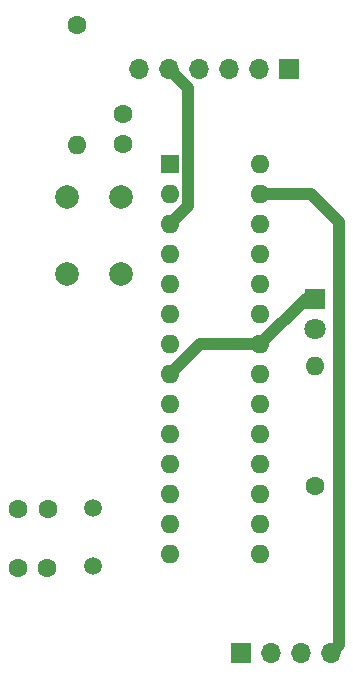
<source format=gbr>
%TF.GenerationSoftware,KiCad,Pcbnew,8.0.6-8.0.6-0~ubuntu22.04.1*%
%TF.CreationDate,2024-11-25T01:07:46+09:00*%
%TF.ProjectId,Cduino,43647569-6e6f-42e6-9b69-6361645f7063,rev?*%
%TF.SameCoordinates,Original*%
%TF.FileFunction,Copper,L2,Bot*%
%TF.FilePolarity,Positive*%
%FSLAX46Y46*%
G04 Gerber Fmt 4.6, Leading zero omitted, Abs format (unit mm)*
G04 Created by KiCad (PCBNEW 8.0.6-8.0.6-0~ubuntu22.04.1) date 2024-11-25 01:07:46*
%MOMM*%
%LPD*%
G01*
G04 APERTURE LIST*
%TA.AperFunction,ComponentPad*%
%ADD10R,1.700000X1.700000*%
%TD*%
%TA.AperFunction,ComponentPad*%
%ADD11O,1.700000X1.700000*%
%TD*%
%TA.AperFunction,ComponentPad*%
%ADD12C,2.000000*%
%TD*%
%TA.AperFunction,ComponentPad*%
%ADD13C,1.600000*%
%TD*%
%TA.AperFunction,ComponentPad*%
%ADD14C,1.500000*%
%TD*%
%TA.AperFunction,ComponentPad*%
%ADD15O,1.600000X1.600000*%
%TD*%
%TA.AperFunction,ComponentPad*%
%ADD16R,1.800000X1.800000*%
%TD*%
%TA.AperFunction,ComponentPad*%
%ADD17C,1.800000*%
%TD*%
%TA.AperFunction,ComponentPad*%
%ADD18R,1.600000X1.600000*%
%TD*%
%TA.AperFunction,Conductor*%
%ADD19C,1.000000*%
%TD*%
%TA.AperFunction,Conductor*%
%ADD20C,0.200000*%
%TD*%
G04 APERTURE END LIST*
D10*
%TO.P,J1,1,Pin_1*%
%TO.N,GND*%
X140240000Y-54950000D03*
D11*
%TO.P,J1,2,Pin_2*%
%TO.N,unconnected-(J1-Pin_2-Pad2)*%
X137700000Y-54950000D03*
%TO.P,J1,3,Pin_3*%
%TO.N,VCC*%
X135160000Y-54950000D03*
%TO.P,J1,4,Pin_4*%
%TO.N,Net-(J1-Pin_4)*%
X132620000Y-54950000D03*
%TO.P,J1,5,Pin_5*%
%TO.N,Net-(J1-Pin_5)*%
X130080000Y-54950000D03*
%TO.P,J1,6,Pin_6*%
%TO.N,Net-(J1-Pin_6)*%
X127540000Y-54950000D03*
%TD*%
D12*
%TO.P,SW1,1,1*%
%TO.N,Net-(U1-~{RESET}{slash}PC6)*%
X125950000Y-65800000D03*
X125950000Y-72300000D03*
%TO.P,SW1,2,2*%
%TO.N,GND*%
X121450000Y-65800000D03*
X121450000Y-72300000D03*
%TD*%
D13*
%TO.P,C1,1*%
%TO.N,Net-(U1-~{RESET}{slash}PC6)*%
X126150000Y-61300000D03*
%TO.P,C1,2*%
%TO.N,Net-(J1-Pin_6)*%
X126150000Y-58800000D03*
%TD*%
%TO.P,C3,1*%
%TO.N,Net-(U1-XTAL1{slash}PB6)*%
X119800000Y-92200000D03*
%TO.P,C3,2*%
%TO.N,GND*%
X117300000Y-92200000D03*
%TD*%
D14*
%TO.P,Y1,1,1*%
%TO.N,Net-(U1-XTAL1{slash}PB6)*%
X123650000Y-92150000D03*
%TO.P,Y1,2,2*%
%TO.N,Net-(U1-XTAL2{slash}PB7)*%
X123650000Y-97050000D03*
%TD*%
D13*
%TO.P,R1,1*%
%TO.N,VCC*%
X122250000Y-51270000D03*
D15*
%TO.P,R1,2*%
%TO.N,Net-(U1-~{RESET}{slash}PC6)*%
X122250000Y-61430000D03*
%TD*%
D13*
%TO.P,R2,1*%
%TO.N,Net-(U1-PB5)*%
X142400000Y-90280000D03*
D15*
%TO.P,R2,2*%
%TO.N,Net-(D1-A)*%
X142400000Y-80120000D03*
%TD*%
D13*
%TO.P,C2,1*%
%TO.N,Net-(U1-XTAL2{slash}PB7)*%
X119750000Y-97200000D03*
%TO.P,C2,2*%
%TO.N,GND*%
X117250000Y-97200000D03*
%TD*%
D16*
%TO.P,D1,1,K*%
%TO.N,GND*%
X142400000Y-74425000D03*
D17*
%TO.P,D1,2,A*%
%TO.N,Net-(D1-A)*%
X142400000Y-76965000D03*
%TD*%
D18*
%TO.P,U1,1,~{RESET}/PC6*%
%TO.N,Net-(U1-~{RESET}{slash}PC6)*%
X130170000Y-63000000D03*
D15*
%TO.P,U1,2,PD0*%
%TO.N,Net-(J1-Pin_4)*%
X130170000Y-65540000D03*
%TO.P,U1,3,PD1*%
%TO.N,Net-(J1-Pin_5)*%
X130170000Y-68080000D03*
%TO.P,U1,4,PD2*%
%TO.N,unconnected-(U1-PD2-Pad4)*%
X130170000Y-70620000D03*
%TO.P,U1,5,PD3*%
%TO.N,unconnected-(U1-PD3-Pad5)*%
X130170000Y-73160000D03*
%TO.P,U1,6,PD4*%
%TO.N,unconnected-(U1-PD4-Pad6)*%
X130170000Y-75700000D03*
%TO.P,U1,7,VCC*%
%TO.N,VCC*%
X130170000Y-78240000D03*
%TO.P,U1,8,GND*%
%TO.N,GND*%
X130170000Y-80780000D03*
%TO.P,U1,9,XTAL1/PB6*%
%TO.N,Net-(U1-XTAL1{slash}PB6)*%
X130170000Y-83320000D03*
%TO.P,U1,10,XTAL2/PB7*%
%TO.N,Net-(U1-XTAL2{slash}PB7)*%
X130170000Y-85860000D03*
%TO.P,U1,11,PD5*%
%TO.N,unconnected-(U1-PD5-Pad11)*%
X130170000Y-88400000D03*
%TO.P,U1,12,PD6*%
%TO.N,unconnected-(U1-PD6-Pad12)*%
X130170000Y-90940000D03*
%TO.P,U1,13,PD7*%
%TO.N,unconnected-(U1-PD7-Pad13)*%
X130170000Y-93480000D03*
%TO.P,U1,14,PB0*%
%TO.N,unconnected-(U1-PB0-Pad14)*%
X130170000Y-96020000D03*
%TO.P,U1,15,PB1*%
%TO.N,unconnected-(U1-PB1-Pad15)*%
X137790000Y-96020000D03*
%TO.P,U1,16,PB2*%
%TO.N,unconnected-(U1-PB2-Pad16)*%
X137790000Y-93480000D03*
%TO.P,U1,17,PB3*%
%TO.N,unconnected-(U1-PB3-Pad17)*%
X137790000Y-90940000D03*
%TO.P,U1,18,PB4*%
%TO.N,unconnected-(U1-PB4-Pad18)*%
X137790000Y-88400000D03*
%TO.P,U1,19,PB5*%
%TO.N,Net-(U1-PB5)*%
X137790000Y-85860000D03*
%TO.P,U1,20,AVCC*%
%TO.N,VCC*%
X137790000Y-83320000D03*
%TO.P,U1,21,AREF*%
%TO.N,unconnected-(U1-AREF-Pad21)*%
X137790000Y-80780000D03*
%TO.P,U1,22,GND*%
%TO.N,GND*%
X137790000Y-78240000D03*
%TO.P,U1,23,PC0*%
%TO.N,unconnected-(U1-PC0-Pad23)*%
X137790000Y-75700000D03*
%TO.P,U1,24,PC1*%
%TO.N,unconnected-(U1-PC1-Pad24)*%
X137790000Y-73160000D03*
%TO.P,U1,25,PC2*%
%TO.N,unconnected-(U1-PC2-Pad25)*%
X137790000Y-70620000D03*
%TO.P,U1,26,PC3*%
%TO.N,unconnected-(U1-PC3-Pad26)*%
X137790000Y-68080000D03*
%TO.P,U1,27,PC4*%
%TO.N,Net-(J2-Pin_4)*%
X137790000Y-65540000D03*
%TO.P,U1,28,PC5*%
%TO.N,Net-(J2-Pin_3)*%
X137790000Y-63000000D03*
%TD*%
D10*
%TO.P,J2,1,Pin_1*%
%TO.N,GND*%
X136160000Y-104400000D03*
D11*
%TO.P,J2,2,Pin_2*%
%TO.N,VCC*%
X138700000Y-104400000D03*
%TO.P,J2,3,Pin_3*%
%TO.N,Net-(J2-Pin_3)*%
X141240000Y-104400000D03*
%TO.P,J2,4,Pin_4*%
%TO.N,Net-(J2-Pin_4)*%
X143780000Y-104400000D03*
%TD*%
D19*
%TO.N,GND*%
X141605000Y-74425000D02*
X137790000Y-78240000D01*
X132710000Y-78240000D02*
X130170000Y-80780000D01*
X137790000Y-78240000D02*
X132710000Y-78240000D01*
D20*
X138305000Y-77725000D02*
X137790000Y-78240000D01*
D19*
X142400000Y-74425000D02*
X141605000Y-74425000D01*
%TO.N,Net-(J2-Pin_4)*%
X143780000Y-104400000D02*
X144400000Y-103780000D01*
X142040000Y-65540000D02*
X137790000Y-65540000D01*
X144400000Y-103780000D02*
X144400000Y-67900000D01*
X144400000Y-67900000D02*
X142040000Y-65540000D01*
%TO.N,Net-(J1-Pin_5)*%
X131670000Y-66580000D02*
X130170000Y-68080000D01*
X130080000Y-54950000D02*
X131670000Y-56540000D01*
X131670000Y-56540000D02*
X131670000Y-66580000D01*
%TD*%
M02*

</source>
